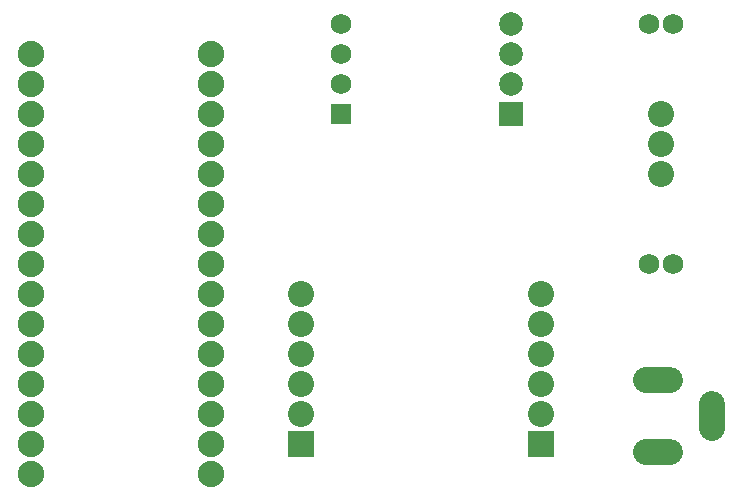
<source format=gts>
G04 Layer: TopSolderMaskLayer*
G04 EasyEDA v6.4.31, 2022-02-05 19:12:57*
G04 bf2cb295ba724ca7aa620009b2cc85ec,0a318e337cfa45e088b33f9f44b42fdc,10*
G04 Gerber Generator version 0.2*
G04 Scale: 100 percent, Rotated: No, Reflected: No *
G04 Dimensions in millimeters *
G04 leading zeros omitted , absolute positions ,4 integer and 5 decimal *
%FSLAX45Y45*%
%MOMM*%

%ADD24C,2.2032*%
%ADD25C,1.7332*%
%ADD26C,2.2352*%
%ADD27C,1.7272*%
%ADD28R,1.7272X1.7272*%
%ADD29C,2.0032*%

%LPD*%
D24*
X7033259Y3948556D02*
G01*
X7033259Y4148556D01*
X6480936Y3740785D02*
G01*
X6680936Y3740785D01*
X6680936Y4348276D02*
G01*
X6480936Y4348276D01*
D25*
G01*
X6704075Y5334000D03*
G01*
X6503924Y5334000D03*
G01*
X6704075Y7366000D03*
G01*
X6503924Y7366000D03*
D26*
G01*
X1270000Y7112000D03*
G01*
X1270000Y6858000D03*
G01*
X1270000Y6604000D03*
G01*
X1270000Y6350000D03*
G01*
X1270000Y6096000D03*
G01*
X1270000Y5842000D03*
G01*
X1270000Y5588000D03*
G01*
X1270000Y5334000D03*
G01*
X1270000Y5080000D03*
G01*
X1270000Y4826000D03*
G01*
X1270000Y4572000D03*
G01*
X1270000Y4318000D03*
G01*
X1270000Y4064000D03*
G01*
X1270000Y3810000D03*
G01*
X1270000Y3556000D03*
G01*
X2794000Y3556000D03*
G01*
X2794000Y3810000D03*
G01*
X2794000Y4064000D03*
G01*
X2794000Y4318000D03*
G01*
X2794000Y4572000D03*
G01*
X2794000Y4826000D03*
G01*
X2794000Y5080000D03*
G01*
X2794000Y5334000D03*
G01*
X2794000Y5588000D03*
G01*
X2794000Y5842000D03*
G01*
X2794000Y6096000D03*
G01*
X2794000Y6350000D03*
G01*
X2794000Y6604000D03*
G01*
X2794000Y6858000D03*
G01*
X2794000Y7112000D03*
D24*
G01*
X6604000Y6604000D03*
G01*
X6604000Y6350000D03*
G01*
X6604000Y6096000D03*
D27*
G01*
X3898900Y7366000D03*
G01*
X3898900Y7112000D03*
G01*
X3898900Y6858000D03*
D28*
G01*
X3898900Y6604000D03*
D29*
G01*
X5334000Y7366000D03*
G01*
X5334000Y7112000D03*
G01*
X5334000Y6858000D03*
G36*
X5233924Y6503923D02*
G01*
X5233924Y6704076D01*
X5434075Y6704076D01*
X5434075Y6503923D01*
G37*
G36*
X5478018Y3699763D02*
G01*
X5478018Y3919981D01*
X5698236Y3919981D01*
X5698236Y3699763D01*
G37*
D24*
G01*
X5588050Y4063898D03*
G01*
X5588050Y4317898D03*
G01*
X5588050Y4571898D03*
G01*
X5588050Y4825898D03*
G01*
X5588050Y5079898D03*
G01*
X3556050Y5079898D03*
G01*
X3556050Y4825898D03*
G01*
X3556050Y4571898D03*
G01*
X3556050Y4317898D03*
G01*
X3556050Y4063898D03*
G36*
X3446018Y3699763D02*
G01*
X3446018Y3919981D01*
X3666236Y3919981D01*
X3666236Y3699763D01*
G37*
M02*

</source>
